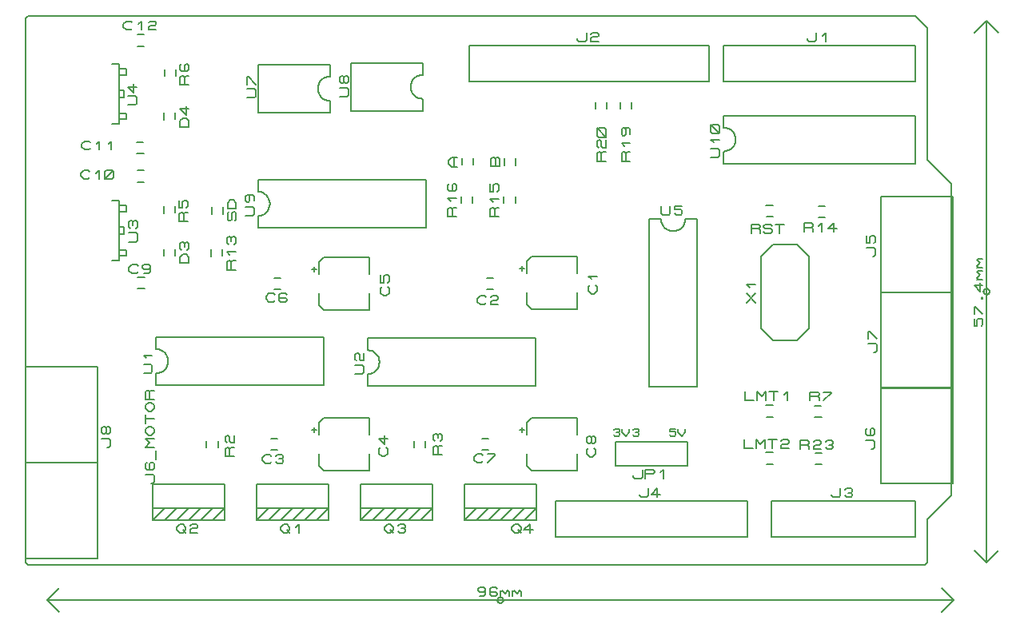
<source format=gbr>
G04 PROTEUS GERBER X2 FILE*
%TF.GenerationSoftware,Labcenter,Proteus,8.6-SP2-Build23525*%
%TF.CreationDate,2019-07-10T19:11:28+00:00*%
%TF.FileFunction,Legend,Top*%
%TF.FilePolarity,Positive*%
%TF.Part,Single*%
%FSLAX45Y45*%
%MOMM*%
G01*
%TA.AperFunction,Profile*%
%ADD29C,0.203200*%
%TA.AperFunction,Material*%
%ADD30C,0.203200*%
%TA.AperFunction,NonMaterial*%
%ADD31C,0.203200*%
%TD.AperFunction*%
D29*
X-11303600Y+6940000D02*
X-1902000Y+6940000D01*
X-1800400Y+1120000D02*
X-11303600Y+1120000D01*
X-1902000Y+6940000D02*
X-1775000Y+6813000D01*
X-1775000Y+5420000D02*
X-1521000Y+5166000D01*
X-1521000Y+1864000D01*
X-1775000Y+1610000D02*
X-1521000Y+1864000D01*
X-1775000Y+6813000D02*
X-1775000Y+5420000D01*
X-1775000Y+1610000D02*
X-1775000Y+1150000D01*
X-1775000Y+1145400D02*
X-1800400Y+1120000D01*
X-11330959Y+6914600D02*
X-11330959Y+1150000D01*
X-11305559Y+6940000D02*
X-11330959Y+6914600D01*
X-11330959Y+1145400D02*
X-11305559Y+1120000D01*
D30*
X-3937000Y+5377000D02*
X-3937000Y+5504000D01*
X-3810000Y+5631000D02*
X-3812436Y+5656876D01*
X-3819485Y+5680848D01*
X-3830762Y+5702438D01*
X-3845878Y+5721170D01*
X-3864446Y+5736569D01*
X-3886081Y+5748158D01*
X-3910394Y+5755460D01*
X-3937000Y+5758000D01*
X-3810000Y+5631000D02*
X-3812436Y+5604394D01*
X-3819485Y+5580081D01*
X-3830762Y+5558446D01*
X-3845878Y+5539878D01*
X-3864446Y+5524762D01*
X-3886081Y+5513485D01*
X-3910394Y+5506436D01*
X-3937000Y+5504000D01*
X-3937000Y+5758000D02*
X-3937000Y+5885000D01*
X-1905000Y+5377000D02*
X-1905000Y+5885000D01*
X-3937000Y+5377000D02*
X-1905000Y+5377000D01*
X-1905000Y+5885000D02*
X-3937000Y+5885000D01*
X-4069080Y+5440500D02*
X-3992880Y+5440500D01*
X-3977640Y+5456375D01*
X-3977640Y+5519875D01*
X-3992880Y+5535750D01*
X-4069080Y+5535750D01*
X-4038600Y+5599250D02*
X-4069080Y+5631000D01*
X-3977640Y+5631000D01*
X-3992880Y+5694500D02*
X-4053840Y+5694500D01*
X-4069080Y+5710375D01*
X-4069080Y+5773875D01*
X-4053840Y+5789750D01*
X-3992880Y+5789750D01*
X-3977640Y+5773875D01*
X-3977640Y+5710375D01*
X-3992880Y+5694500D01*
X-3977640Y+5694500D02*
X-4069080Y+5789750D01*
D31*
X-11100000Y+750000D02*
X-1500000Y+750000D01*
X-11100000Y+750000D02*
X-10973000Y+623000D01*
X-11100000Y+750000D02*
X-10973000Y+877000D01*
X-1500000Y+750000D02*
X-1627000Y+877000D01*
X-1500000Y+750000D02*
X-1627000Y+623000D01*
X-6268250Y+750000D02*
X-6268359Y+752634D01*
X-6269249Y+757903D01*
X-6271111Y+763172D01*
X-6274154Y+768441D01*
X-6278809Y+773643D01*
X-6284078Y+777469D01*
X-6289347Y+779909D01*
X-6294616Y+781290D01*
X-6299885Y+781750D01*
X-6300000Y+781750D01*
X-6331750Y+750000D02*
X-6331641Y+752634D01*
X-6330751Y+757903D01*
X-6328889Y+763172D01*
X-6325846Y+768441D01*
X-6321191Y+773643D01*
X-6315922Y+777469D01*
X-6310653Y+779909D01*
X-6305384Y+781290D01*
X-6300115Y+781750D01*
X-6300000Y+781750D01*
X-6331750Y+750000D02*
X-6331641Y+747366D01*
X-6330751Y+742097D01*
X-6328889Y+736828D01*
X-6325846Y+731559D01*
X-6321191Y+726357D01*
X-6315922Y+722531D01*
X-6310653Y+720091D01*
X-6305384Y+718710D01*
X-6300115Y+718250D01*
X-6300000Y+718250D01*
X-6268250Y+750000D02*
X-6268359Y+747366D01*
X-6269249Y+742097D01*
X-6271111Y+736828D01*
X-6274154Y+731559D01*
X-6278809Y+726357D01*
X-6284078Y+722531D01*
X-6289347Y+720091D01*
X-6294616Y+718710D01*
X-6299885Y+718250D01*
X-6300000Y+718250D01*
X-6458750Y+851600D02*
X-6474625Y+836360D01*
X-6522250Y+836360D01*
X-6538125Y+851600D01*
X-6538125Y+866840D01*
X-6522250Y+882080D01*
X-6474625Y+882080D01*
X-6458750Y+866840D01*
X-6458750Y+805880D01*
X-6474625Y+790640D01*
X-6522250Y+790640D01*
X-6331750Y+866840D02*
X-6347625Y+882080D01*
X-6395250Y+882080D01*
X-6411125Y+866840D01*
X-6411125Y+805880D01*
X-6395250Y+790640D01*
X-6347625Y+790640D01*
X-6331750Y+805880D01*
X-6331750Y+821120D01*
X-6347625Y+836360D01*
X-6411125Y+836360D01*
X-6300000Y+790640D02*
X-6300000Y+851600D01*
X-6300000Y+836360D02*
X-6284125Y+851600D01*
X-6252375Y+821120D01*
X-6220625Y+851600D01*
X-6204750Y+836360D01*
X-6204750Y+790640D01*
X-6173000Y+790640D02*
X-6173000Y+851600D01*
X-6173000Y+836360D02*
X-6157125Y+851600D01*
X-6125375Y+821120D01*
X-6093625Y+851600D01*
X-6077750Y+836360D01*
X-6077750Y+790640D01*
D30*
X-8868680Y+5076320D02*
X-8868680Y+5203320D01*
X-8868680Y+4695320D02*
X-8868680Y+4822320D01*
X-8741680Y+4949320D02*
X-8744116Y+4975196D01*
X-8751165Y+4999168D01*
X-8762442Y+5020758D01*
X-8777558Y+5039490D01*
X-8796126Y+5054889D01*
X-8817761Y+5066478D01*
X-8842074Y+5073780D01*
X-8868680Y+5076320D01*
X-8741680Y+4949320D02*
X-8744116Y+4922714D01*
X-8751165Y+4898401D01*
X-8762442Y+4876766D01*
X-8777558Y+4858198D01*
X-8796126Y+4843082D01*
X-8817761Y+4831805D01*
X-8842074Y+4824756D01*
X-8868680Y+4822320D01*
X-8868680Y+4695320D02*
X-7090680Y+4695320D01*
X-7090680Y+5203320D01*
X-8868680Y+5203320D01*
X-9000760Y+4822320D02*
X-8924560Y+4822320D01*
X-8909320Y+4838195D01*
X-8909320Y+4901695D01*
X-8924560Y+4917570D01*
X-9000760Y+4917570D01*
X-8970280Y+5044570D02*
X-8955040Y+5028695D01*
X-8955040Y+4981070D01*
X-8970280Y+4965195D01*
X-8985520Y+4965195D01*
X-9000760Y+4981070D01*
X-9000760Y+5028695D01*
X-8985520Y+5044570D01*
X-8924560Y+5044570D01*
X-8909320Y+5028695D01*
X-8909320Y+4981070D01*
X-9947000Y+3408000D02*
X-9947000Y+3535000D01*
X-9947000Y+3027000D02*
X-9947000Y+3154000D01*
X-9820000Y+3281000D02*
X-9822436Y+3306876D01*
X-9829485Y+3330848D01*
X-9840762Y+3352438D01*
X-9855878Y+3371170D01*
X-9874446Y+3386569D01*
X-9896081Y+3398158D01*
X-9920394Y+3405460D01*
X-9947000Y+3408000D01*
X-9820000Y+3281000D02*
X-9822436Y+3254394D01*
X-9829485Y+3230081D01*
X-9840762Y+3208446D01*
X-9855878Y+3189878D01*
X-9874446Y+3174762D01*
X-9896081Y+3163485D01*
X-9920394Y+3156436D01*
X-9947000Y+3154000D01*
X-9947000Y+3027000D02*
X-8169000Y+3027000D01*
X-8169000Y+3535000D01*
X-9947000Y+3535000D01*
X-10079080Y+3154000D02*
X-10002880Y+3154000D01*
X-9987640Y+3169875D01*
X-9987640Y+3233375D01*
X-10002880Y+3249250D01*
X-10079080Y+3249250D01*
X-10048600Y+3312750D02*
X-10079080Y+3344500D01*
X-9987640Y+3344500D01*
X-8103000Y+6423000D02*
X-8103000Y+6296000D01*
X-8230000Y+6169000D02*
X-8227564Y+6143124D01*
X-8220515Y+6119152D01*
X-8209238Y+6097562D01*
X-8194122Y+6078830D01*
X-8175554Y+6063431D01*
X-8153919Y+6051842D01*
X-8129606Y+6044540D01*
X-8103000Y+6042000D01*
X-8230000Y+6169000D02*
X-8227564Y+6195606D01*
X-8220515Y+6219919D01*
X-8209238Y+6241554D01*
X-8194122Y+6260122D01*
X-8175554Y+6275238D01*
X-8153919Y+6286515D01*
X-8129606Y+6293564D01*
X-8103000Y+6296000D01*
X-8103000Y+6042000D02*
X-8103000Y+5915000D01*
X-8865000Y+6423000D02*
X-8865000Y+5915000D01*
X-8103000Y+6423000D02*
X-8865000Y+6423000D01*
X-8103000Y+5915000D02*
X-8865000Y+5915000D01*
X-8982360Y+6072000D02*
X-8906160Y+6072000D01*
X-8890920Y+6087875D01*
X-8890920Y+6151375D01*
X-8906160Y+6167250D01*
X-8982360Y+6167250D01*
X-8982360Y+6214875D02*
X-8982360Y+6294250D01*
X-8967120Y+6294250D01*
X-8890920Y+6214875D01*
X-7123000Y+6443000D02*
X-7123000Y+6316000D01*
X-7250000Y+6189000D02*
X-7247564Y+6163124D01*
X-7240515Y+6139152D01*
X-7229238Y+6117562D01*
X-7214122Y+6098830D01*
X-7195554Y+6083431D01*
X-7173919Y+6071842D01*
X-7149606Y+6064540D01*
X-7123000Y+6062000D01*
X-7250000Y+6189000D02*
X-7247564Y+6215606D01*
X-7240515Y+6239919D01*
X-7229238Y+6261554D01*
X-7214122Y+6280122D01*
X-7195554Y+6295238D01*
X-7173919Y+6306515D01*
X-7149606Y+6313564D01*
X-7123000Y+6316000D01*
X-7123000Y+6062000D02*
X-7123000Y+5935000D01*
X-7885000Y+6443000D02*
X-7885000Y+5935000D01*
X-7123000Y+6443000D02*
X-7885000Y+6443000D01*
X-7123000Y+5935000D02*
X-7885000Y+5935000D01*
X-8001685Y+6085612D02*
X-7925485Y+6085612D01*
X-7910245Y+6101487D01*
X-7910245Y+6164987D01*
X-7925485Y+6180862D01*
X-8001685Y+6180862D01*
X-7955965Y+6244362D02*
X-7971205Y+6228487D01*
X-7986445Y+6228487D01*
X-8001685Y+6244362D01*
X-8001685Y+6291987D01*
X-7986445Y+6307862D01*
X-7971205Y+6307862D01*
X-7955965Y+6291987D01*
X-7955965Y+6244362D01*
X-7940725Y+6228487D01*
X-7925485Y+6228487D01*
X-7910245Y+6244362D01*
X-7910245Y+6291987D01*
X-7925485Y+6307862D01*
X-7940725Y+6307862D01*
X-7955965Y+6291987D01*
X-4911580Y+6026340D02*
X-4911580Y+5957760D01*
X-5033500Y+6026340D02*
X-5033500Y+5955220D01*
X-4924420Y+5401500D02*
X-5015860Y+5401500D01*
X-5015860Y+5480875D01*
X-5000620Y+5496750D01*
X-4985380Y+5496750D01*
X-4970140Y+5480875D01*
X-4970140Y+5401500D01*
X-4970140Y+5480875D02*
X-4954900Y+5496750D01*
X-4924420Y+5496750D01*
X-4985380Y+5560250D02*
X-5015860Y+5592000D01*
X-4924420Y+5592000D01*
X-4985380Y+5750750D02*
X-4970140Y+5734875D01*
X-4970140Y+5687250D01*
X-4985380Y+5671375D01*
X-5000620Y+5671375D01*
X-5015860Y+5687250D01*
X-5015860Y+5734875D01*
X-5000620Y+5750750D01*
X-4939660Y+5750750D01*
X-4924420Y+5734875D01*
X-4924420Y+5687250D01*
X-5171580Y+6026340D02*
X-5171580Y+5957760D01*
X-5293500Y+6026340D02*
X-5293500Y+5955220D01*
X-5184420Y+5401500D02*
X-5275860Y+5401500D01*
X-5275860Y+5480875D01*
X-5260620Y+5496750D01*
X-5245380Y+5496750D01*
X-5230140Y+5480875D01*
X-5230140Y+5401500D01*
X-5230140Y+5480875D02*
X-5214900Y+5496750D01*
X-5184420Y+5496750D01*
X-5260620Y+5544375D02*
X-5275860Y+5560250D01*
X-5275860Y+5607875D01*
X-5260620Y+5623750D01*
X-5245380Y+5623750D01*
X-5230140Y+5607875D01*
X-5230140Y+5560250D01*
X-5214900Y+5544375D01*
X-5184420Y+5544375D01*
X-5184420Y+5623750D01*
X-5199660Y+5655500D02*
X-5260620Y+5655500D01*
X-5275860Y+5671375D01*
X-5275860Y+5734875D01*
X-5260620Y+5750750D01*
X-5199660Y+5750750D01*
X-5184420Y+5734875D01*
X-5184420Y+5671375D01*
X-5199660Y+5655500D01*
X-5184420Y+5655500D02*
X-5275860Y+5750750D01*
X-7707000Y+3398000D02*
X-7707000Y+3525000D01*
X-7707000Y+3017000D02*
X-7707000Y+3144000D01*
X-7580000Y+3271000D02*
X-7582436Y+3296876D01*
X-7589485Y+3320848D01*
X-7600762Y+3342438D01*
X-7615878Y+3361170D01*
X-7634446Y+3376569D01*
X-7656081Y+3388158D01*
X-7680394Y+3395460D01*
X-7707000Y+3398000D01*
X-7580000Y+3271000D02*
X-7582436Y+3244394D01*
X-7589485Y+3220081D01*
X-7600762Y+3198446D01*
X-7615878Y+3179878D01*
X-7634446Y+3164762D01*
X-7656081Y+3153485D01*
X-7680394Y+3146436D01*
X-7707000Y+3144000D01*
X-7707000Y+3017000D02*
X-5929000Y+3017000D01*
X-5929000Y+3525000D01*
X-7707000Y+3525000D01*
X-7839080Y+3144000D02*
X-7762880Y+3144000D01*
X-7747640Y+3159875D01*
X-7747640Y+3223375D01*
X-7762880Y+3239250D01*
X-7839080Y+3239250D01*
X-7823840Y+3286875D02*
X-7839080Y+3302750D01*
X-7839080Y+3350375D01*
X-7823840Y+3366250D01*
X-7808600Y+3366250D01*
X-7793360Y+3350375D01*
X-7793360Y+3302750D01*
X-7778120Y+3286875D01*
X-7747640Y+3286875D01*
X-7747640Y+3366250D01*
X-5485180Y+4008400D02*
X-5485180Y+3830600D01*
X-5967780Y+3830600D01*
X-6018580Y+3881400D01*
X-6018580Y+4008400D01*
X-6018580Y+4211600D02*
X-6018580Y+4338600D01*
X-5967780Y+4389400D01*
X-5485180Y+4389400D01*
X-5485180Y+4211600D01*
X-6043980Y+4262400D02*
X-6094780Y+4262400D01*
X-6069380Y+4237000D02*
X-6069380Y+4287800D01*
X-5291720Y+4088250D02*
X-5276480Y+4072375D01*
X-5276480Y+4024750D01*
X-5306960Y+3993000D01*
X-5337440Y+3993000D01*
X-5367920Y+4024750D01*
X-5367920Y+4072375D01*
X-5352680Y+4088250D01*
X-5337440Y+4151750D02*
X-5367920Y+4183500D01*
X-5276480Y+4183500D01*
X-6373660Y+4041580D02*
X-6442240Y+4041580D01*
X-6373660Y+4163500D02*
X-6444780Y+4163500D01*
X-6448750Y+3896160D02*
X-6464625Y+3880920D01*
X-6512250Y+3880920D01*
X-6544000Y+3911400D01*
X-6544000Y+3941880D01*
X-6512250Y+3972360D01*
X-6464625Y+3972360D01*
X-6448750Y+3957120D01*
X-6401125Y+3957120D02*
X-6385250Y+3972360D01*
X-6337625Y+3972360D01*
X-6321750Y+3957120D01*
X-6321750Y+3941880D01*
X-6337625Y+3926640D01*
X-6385250Y+3926640D01*
X-6401125Y+3911400D01*
X-6401125Y+3880920D01*
X-6321750Y+3880920D01*
X-6591580Y+5029700D02*
X-6591580Y+4961120D01*
X-6713500Y+5029700D02*
X-6713500Y+4958580D01*
X-6764420Y+4814860D02*
X-6855860Y+4814860D01*
X-6855860Y+4894235D01*
X-6840620Y+4910110D01*
X-6825380Y+4910110D01*
X-6810140Y+4894235D01*
X-6810140Y+4814860D01*
X-6810140Y+4894235D02*
X-6794900Y+4910110D01*
X-6764420Y+4910110D01*
X-6825380Y+4973610D02*
X-6855860Y+5005360D01*
X-6764420Y+5005360D01*
X-6840620Y+5164110D02*
X-6855860Y+5148235D01*
X-6855860Y+5100610D01*
X-6840620Y+5084735D01*
X-6779660Y+5084735D01*
X-6764420Y+5100610D01*
X-6764420Y+5148235D01*
X-6779660Y+5164110D01*
X-6794900Y+5164110D01*
X-6810140Y+5148235D01*
X-6810140Y+5084735D01*
X-6141580Y+5026340D02*
X-6141580Y+4957760D01*
X-6263500Y+5026340D02*
X-6263500Y+4955220D01*
X-6314420Y+4811500D02*
X-6405860Y+4811500D01*
X-6405860Y+4890875D01*
X-6390620Y+4906750D01*
X-6375380Y+4906750D01*
X-6360140Y+4890875D01*
X-6360140Y+4811500D01*
X-6360140Y+4890875D02*
X-6344900Y+4906750D01*
X-6314420Y+4906750D01*
X-6375380Y+4970250D02*
X-6405860Y+5002000D01*
X-6314420Y+5002000D01*
X-6405860Y+5160750D02*
X-6405860Y+5081375D01*
X-6375380Y+5081375D01*
X-6375380Y+5144875D01*
X-6360140Y+5160750D01*
X-6329660Y+5160750D01*
X-6314420Y+5144875D01*
X-6314420Y+5097250D01*
X-6329660Y+5081375D01*
X-8881000Y+1723000D02*
X-8119000Y+1723000D01*
X-8119000Y+1977000D01*
X-8881000Y+1977000D01*
X-8881000Y+1723000D01*
X-8119000Y+1723000D02*
X-8119000Y+1596000D01*
X-8881000Y+1596000D01*
X-8881000Y+1723000D01*
X-8119000Y+1723000D02*
X-8246000Y+1596000D01*
X-8246000Y+1723000D02*
X-8373000Y+1596000D01*
X-8373000Y+1723000D02*
X-8500000Y+1596000D01*
X-8500000Y+1723000D02*
X-8627000Y+1596000D01*
X-8627000Y+1723000D02*
X-8754000Y+1596000D01*
X-8754000Y+1723000D02*
X-8881000Y+1596000D01*
X-8627000Y+1524880D02*
X-8595250Y+1555360D01*
X-8563500Y+1555360D01*
X-8531750Y+1524880D01*
X-8531750Y+1494400D01*
X-8563500Y+1463920D01*
X-8595250Y+1463920D01*
X-8627000Y+1494400D01*
X-8627000Y+1524880D01*
X-8563500Y+1494400D02*
X-8531750Y+1463920D01*
X-8468250Y+1524880D02*
X-8436500Y+1555360D01*
X-8436500Y+1463920D01*
X-9981000Y+1723000D02*
X-9219000Y+1723000D01*
X-9219000Y+1977000D01*
X-9981000Y+1977000D01*
X-9981000Y+1723000D01*
X-9219000Y+1723000D02*
X-9219000Y+1596000D01*
X-9981000Y+1596000D01*
X-9981000Y+1723000D01*
X-9219000Y+1723000D02*
X-9346000Y+1596000D01*
X-9346000Y+1723000D02*
X-9473000Y+1596000D01*
X-9473000Y+1723000D02*
X-9600000Y+1596000D01*
X-9600000Y+1723000D02*
X-9727000Y+1596000D01*
X-9727000Y+1723000D02*
X-9854000Y+1596000D01*
X-9854000Y+1723000D02*
X-9981000Y+1596000D01*
X-9727000Y+1524880D02*
X-9695250Y+1555360D01*
X-9663500Y+1555360D01*
X-9631750Y+1524880D01*
X-9631750Y+1494400D01*
X-9663500Y+1463920D01*
X-9695250Y+1463920D01*
X-9727000Y+1494400D01*
X-9727000Y+1524880D01*
X-9663500Y+1494400D02*
X-9631750Y+1463920D01*
X-9584125Y+1540120D02*
X-9568250Y+1555360D01*
X-9520625Y+1555360D01*
X-9504750Y+1540120D01*
X-9504750Y+1524880D01*
X-9520625Y+1509640D01*
X-9568250Y+1509640D01*
X-9584125Y+1494400D01*
X-9584125Y+1463920D01*
X-9504750Y+1463920D01*
X-7781000Y+1723000D02*
X-7019000Y+1723000D01*
X-7019000Y+1977000D01*
X-7781000Y+1977000D01*
X-7781000Y+1723000D01*
X-7019000Y+1723000D02*
X-7019000Y+1596000D01*
X-7781000Y+1596000D01*
X-7781000Y+1723000D01*
X-7019000Y+1723000D02*
X-7146000Y+1596000D01*
X-7146000Y+1723000D02*
X-7273000Y+1596000D01*
X-7273000Y+1723000D02*
X-7400000Y+1596000D01*
X-7400000Y+1723000D02*
X-7527000Y+1596000D01*
X-7527000Y+1723000D02*
X-7654000Y+1596000D01*
X-7654000Y+1723000D02*
X-7781000Y+1596000D01*
X-7527000Y+1524880D02*
X-7495250Y+1555360D01*
X-7463500Y+1555360D01*
X-7431750Y+1524880D01*
X-7431750Y+1494400D01*
X-7463500Y+1463920D01*
X-7495250Y+1463920D01*
X-7527000Y+1494400D01*
X-7527000Y+1524880D01*
X-7463500Y+1494400D02*
X-7431750Y+1463920D01*
X-7384125Y+1540120D02*
X-7368250Y+1555360D01*
X-7320625Y+1555360D01*
X-7304750Y+1540120D01*
X-7304750Y+1524880D01*
X-7320625Y+1509640D01*
X-7304750Y+1494400D01*
X-7304750Y+1479160D01*
X-7320625Y+1463920D01*
X-7368250Y+1463920D01*
X-7384125Y+1479160D01*
X-7352375Y+1509640D02*
X-7320625Y+1509640D01*
X-6681000Y+1723000D02*
X-5919000Y+1723000D01*
X-5919000Y+1977000D01*
X-6681000Y+1977000D01*
X-6681000Y+1723000D01*
X-5919000Y+1723000D02*
X-5919000Y+1596000D01*
X-6681000Y+1596000D01*
X-6681000Y+1723000D01*
X-5919000Y+1723000D02*
X-6046000Y+1596000D01*
X-6046000Y+1723000D02*
X-6173000Y+1596000D01*
X-6173000Y+1723000D02*
X-6300000Y+1596000D01*
X-6300000Y+1723000D02*
X-6427000Y+1596000D01*
X-6427000Y+1723000D02*
X-6554000Y+1596000D01*
X-6554000Y+1723000D02*
X-6681000Y+1596000D01*
X-6177000Y+1524880D02*
X-6145250Y+1555360D01*
X-6113500Y+1555360D01*
X-6081750Y+1524880D01*
X-6081750Y+1494400D01*
X-6113500Y+1463920D01*
X-6145250Y+1463920D01*
X-6177000Y+1494400D01*
X-6177000Y+1524880D01*
X-6113500Y+1494400D02*
X-6081750Y+1463920D01*
X-5954750Y+1494400D02*
X-6050000Y+1494400D01*
X-5986500Y+1555360D01*
X-5986500Y+1463920D01*
X-3539659Y+3628601D02*
X-3539659Y+4390601D01*
X-3412659Y+4517601D01*
X-3158659Y+4517601D01*
X-3031659Y+4390601D01*
X-3031659Y+3628601D01*
X-3158659Y+3501601D01*
X-3412659Y+3501601D01*
X-3539659Y+3628601D01*
X-3691739Y+3902601D02*
X-3600299Y+3997851D01*
X-3600299Y+3902601D02*
X-3691739Y+3997851D01*
X-3661259Y+4061351D02*
X-3691739Y+4093101D01*
X-3600299Y+4093101D01*
X-7091580Y+2439700D02*
X-7091580Y+2371120D01*
X-7213500Y+2439700D02*
X-7213500Y+2368580D01*
X-6917420Y+2291360D02*
X-7008860Y+2291360D01*
X-7008860Y+2370735D01*
X-6993620Y+2386610D01*
X-6978380Y+2386610D01*
X-6963140Y+2370735D01*
X-6963140Y+2291360D01*
X-6963140Y+2370735D02*
X-6947900Y+2386610D01*
X-6917420Y+2386610D01*
X-6993620Y+2434235D02*
X-7008860Y+2450110D01*
X-7008860Y+2497735D01*
X-6993620Y+2513610D01*
X-6978380Y+2513610D01*
X-6963140Y+2497735D01*
X-6947900Y+2513610D01*
X-6932660Y+2513610D01*
X-6917420Y+2497735D01*
X-6917420Y+2450110D01*
X-6932660Y+2434235D01*
X-6963140Y+2465985D02*
X-6963140Y+2497735D01*
X-9291580Y+2436340D02*
X-9291580Y+2367760D01*
X-9413500Y+2436340D02*
X-9413500Y+2365220D01*
X-9122021Y+2275000D02*
X-9213461Y+2275000D01*
X-9213461Y+2354375D01*
X-9198221Y+2370250D01*
X-9182981Y+2370250D01*
X-9167741Y+2354375D01*
X-9167741Y+2275000D01*
X-9167741Y+2354375D02*
X-9152501Y+2370250D01*
X-9122021Y+2370250D01*
X-9198221Y+2417875D02*
X-9213461Y+2433750D01*
X-9213461Y+2481375D01*
X-9198221Y+2497250D01*
X-9182981Y+2497250D01*
X-9167741Y+2481375D01*
X-9167741Y+2433750D01*
X-9152501Y+2417875D01*
X-9122021Y+2417875D01*
X-9122021Y+2497250D01*
X-8660300Y+2341580D02*
X-8728880Y+2341580D01*
X-8660300Y+2463500D02*
X-8731420Y+2463500D01*
X-8725390Y+2216160D02*
X-8741265Y+2200920D01*
X-8788890Y+2200920D01*
X-8820640Y+2231400D01*
X-8820640Y+2261880D01*
X-8788890Y+2292360D01*
X-8741265Y+2292360D01*
X-8725390Y+2277120D01*
X-8677765Y+2277120D02*
X-8661890Y+2292360D01*
X-8614265Y+2292360D01*
X-8598390Y+2277120D01*
X-8598390Y+2261880D01*
X-8614265Y+2246640D01*
X-8598390Y+2231400D01*
X-8598390Y+2216160D01*
X-8614265Y+2200920D01*
X-8661890Y+2200920D01*
X-8677765Y+2216160D01*
X-8646015Y+2246640D02*
X-8614265Y+2246640D01*
X-6423660Y+2341580D02*
X-6492240Y+2341580D01*
X-6423660Y+2463500D02*
X-6494780Y+2463500D01*
X-6483750Y+2221160D02*
X-6499625Y+2205920D01*
X-6547250Y+2205920D01*
X-6579000Y+2236400D01*
X-6579000Y+2266880D01*
X-6547250Y+2297360D01*
X-6499625Y+2297360D01*
X-6483750Y+2282120D01*
X-6436125Y+2297360D02*
X-6356750Y+2297360D01*
X-6356750Y+2282120D01*
X-6436125Y+2205920D01*
X-7685180Y+2298400D02*
X-7685180Y+2120600D01*
X-8167780Y+2120600D01*
X-8218580Y+2171400D01*
X-8218580Y+2298400D01*
X-8218580Y+2501600D02*
X-8218580Y+2628600D01*
X-8167780Y+2679400D01*
X-7685180Y+2679400D01*
X-7685180Y+2501600D01*
X-8243980Y+2552400D02*
X-8294780Y+2552400D01*
X-8269380Y+2527000D02*
X-8269380Y+2577800D01*
X-7508505Y+2366868D02*
X-7493265Y+2350993D01*
X-7493265Y+2303368D01*
X-7523745Y+2271618D01*
X-7554225Y+2271618D01*
X-7584705Y+2303368D01*
X-7584705Y+2350993D01*
X-7569465Y+2366868D01*
X-7523745Y+2493868D02*
X-7523745Y+2398618D01*
X-7584705Y+2462118D01*
X-7493265Y+2462118D01*
X-5485180Y+2298400D02*
X-5485180Y+2120600D01*
X-5967780Y+2120600D01*
X-6018580Y+2171400D01*
X-6018580Y+2298400D01*
X-6018580Y+2501600D02*
X-6018580Y+2628600D01*
X-5967780Y+2679400D01*
X-5485180Y+2679400D01*
X-5485180Y+2501600D01*
X-6043980Y+2552400D02*
X-6094780Y+2552400D01*
X-6069380Y+2527000D02*
X-6069380Y+2577800D01*
X-5306500Y+2361552D02*
X-5291260Y+2345677D01*
X-5291260Y+2298052D01*
X-5321740Y+2266302D01*
X-5352220Y+2266302D01*
X-5382700Y+2298052D01*
X-5382700Y+2345677D01*
X-5367460Y+2361552D01*
X-5336980Y+2425052D02*
X-5352220Y+2409177D01*
X-5367460Y+2409177D01*
X-5382700Y+2425052D01*
X-5382700Y+2472677D01*
X-5367460Y+2488552D01*
X-5352220Y+2488552D01*
X-5336980Y+2472677D01*
X-5336980Y+2425052D01*
X-5321740Y+2409177D01*
X-5306500Y+2409177D01*
X-5291260Y+2425052D01*
X-5291260Y+2472677D01*
X-5306500Y+2488552D01*
X-5321740Y+2488552D01*
X-5336980Y+2472677D01*
X-3413660Y+4811580D02*
X-3482240Y+4811580D01*
X-3413660Y+4933500D02*
X-3484780Y+4933500D01*
X-3642299Y+4640420D02*
X-3642299Y+4731860D01*
X-3562924Y+4731860D01*
X-3547049Y+4716620D01*
X-3547049Y+4701380D01*
X-3562924Y+4686140D01*
X-3642299Y+4686140D01*
X-3562924Y+4686140D02*
X-3547049Y+4670900D01*
X-3547049Y+4640420D01*
X-3515299Y+4655660D02*
X-3499424Y+4640420D01*
X-3435924Y+4640420D01*
X-3420049Y+4655660D01*
X-3420049Y+4670900D01*
X-3435924Y+4686140D01*
X-3499424Y+4686140D01*
X-3515299Y+4701380D01*
X-3515299Y+4716620D01*
X-3499424Y+4731860D01*
X-3435924Y+4731860D01*
X-3420049Y+4716620D01*
X-3388299Y+4731860D02*
X-3293049Y+4731860D01*
X-3340674Y+4731860D02*
X-3340674Y+4640420D01*
X-6708420Y+5363660D02*
X-6708420Y+5432240D01*
X-6586500Y+5363660D02*
X-6586500Y+5434780D01*
X-6758140Y+5341750D02*
X-6819100Y+5341750D01*
X-6849580Y+5373500D01*
X-6849580Y+5405250D01*
X-6819100Y+5437000D01*
X-6758140Y+5437000D01*
X-6788620Y+5341750D02*
X-6788620Y+5437000D01*
X-6258420Y+5360300D02*
X-6258420Y+5428880D01*
X-6136500Y+5360300D02*
X-6136500Y+5431420D01*
X-6308140Y+5348390D02*
X-6399580Y+5348390D01*
X-6399580Y+5427765D01*
X-6384340Y+5443640D01*
X-6369100Y+5443640D01*
X-6353860Y+5427765D01*
X-6338620Y+5443640D01*
X-6323380Y+5443640D01*
X-6308140Y+5427765D01*
X-6308140Y+5348390D01*
X-6353860Y+5348390D02*
X-6353860Y+5427765D01*
X-9241580Y+4466340D02*
X-9241580Y+4397760D01*
X-9363500Y+4466340D02*
X-9363500Y+4395220D01*
X-9104420Y+4251500D02*
X-9195860Y+4251500D01*
X-9195860Y+4330875D01*
X-9180620Y+4346750D01*
X-9165380Y+4346750D01*
X-9150140Y+4330875D01*
X-9150140Y+4251500D01*
X-9150140Y+4330875D02*
X-9134900Y+4346750D01*
X-9104420Y+4346750D01*
X-9165380Y+4410250D02*
X-9195860Y+4442000D01*
X-9104420Y+4442000D01*
X-9180620Y+4521375D02*
X-9195860Y+4537250D01*
X-9195860Y+4584875D01*
X-9180620Y+4600750D01*
X-9165380Y+4600750D01*
X-9150140Y+4584875D01*
X-9134900Y+4600750D01*
X-9119660Y+4600750D01*
X-9104420Y+4584875D01*
X-9104420Y+4537250D01*
X-9119660Y+4521375D01*
X-9150140Y+4553125D02*
X-9150140Y+4584875D01*
X-2929700Y+4928420D02*
X-2861120Y+4928420D01*
X-2929700Y+4806500D02*
X-2858580Y+4806500D01*
X-3085860Y+4654140D02*
X-3085860Y+4745580D01*
X-3006485Y+4745580D01*
X-2990610Y+4730340D01*
X-2990610Y+4715100D01*
X-3006485Y+4699860D01*
X-3085860Y+4699860D01*
X-3006485Y+4699860D02*
X-2990610Y+4684620D01*
X-2990610Y+4654140D01*
X-2927110Y+4715100D02*
X-2895360Y+4745580D01*
X-2895360Y+4654140D01*
X-2736610Y+4684620D02*
X-2831860Y+4684620D01*
X-2768360Y+4745580D01*
X-2768360Y+4654140D01*
D31*
X-1150000Y+1150000D02*
X-1150000Y+6890000D01*
X-1150000Y+1150000D02*
X-1023000Y+1277000D01*
X-1150000Y+1150000D02*
X-1277000Y+1277000D01*
X-1150000Y+6890000D02*
X-1277000Y+6763000D01*
X-1150000Y+6890000D02*
X-1023000Y+6763000D01*
X-1118250Y+4020000D02*
X-1118359Y+4022634D01*
X-1119249Y+4027903D01*
X-1121111Y+4033172D01*
X-1124154Y+4038441D01*
X-1128809Y+4043643D01*
X-1134078Y+4047469D01*
X-1139347Y+4049909D01*
X-1144616Y+4051290D01*
X-1149885Y+4051750D01*
X-1150000Y+4051750D01*
X-1181750Y+4020000D02*
X-1181641Y+4022634D01*
X-1180751Y+4027903D01*
X-1178889Y+4033172D01*
X-1175846Y+4038441D01*
X-1171191Y+4043643D01*
X-1165922Y+4047469D01*
X-1160653Y+4049909D01*
X-1155384Y+4051290D01*
X-1150115Y+4051750D01*
X-1150000Y+4051750D01*
X-1181750Y+4020000D02*
X-1181641Y+4017366D01*
X-1180751Y+4012097D01*
X-1178889Y+4006828D01*
X-1175846Y+4001559D01*
X-1171191Y+3996357D01*
X-1165922Y+3992531D01*
X-1160653Y+3990091D01*
X-1155384Y+3988710D01*
X-1150115Y+3988250D01*
X-1150000Y+3988250D01*
X-1118250Y+4020000D02*
X-1118359Y+4017366D01*
X-1119249Y+4012097D01*
X-1121111Y+4006828D01*
X-1124154Y+4001559D01*
X-1128809Y+3996357D01*
X-1134078Y+3992531D01*
X-1139347Y+3990091D01*
X-1144616Y+3988710D01*
X-1149885Y+3988250D01*
X-1150000Y+3988250D01*
X-1282080Y+3734250D02*
X-1282080Y+3654875D01*
X-1251600Y+3654875D01*
X-1251600Y+3718375D01*
X-1236360Y+3734250D01*
X-1205880Y+3734250D01*
X-1190640Y+3718375D01*
X-1190640Y+3670750D01*
X-1205880Y+3654875D01*
X-1282080Y+3781875D02*
X-1282080Y+3861250D01*
X-1266840Y+3861250D01*
X-1190640Y+3781875D01*
X-1205880Y+3940625D02*
X-1205880Y+3956500D01*
X-1190640Y+3956500D01*
X-1190640Y+3940625D01*
X-1205880Y+3940625D01*
X-1221120Y+4115250D02*
X-1221120Y+4020000D01*
X-1282080Y+4083500D01*
X-1190640Y+4083500D01*
X-1190640Y+4147000D02*
X-1251600Y+4147000D01*
X-1236360Y+4147000D02*
X-1251600Y+4162875D01*
X-1221120Y+4194625D01*
X-1251600Y+4226375D01*
X-1236360Y+4242250D01*
X-1190640Y+4242250D01*
X-1190640Y+4274000D02*
X-1251600Y+4274000D01*
X-1236360Y+4274000D02*
X-1251600Y+4289875D01*
X-1221120Y+4321625D01*
X-1251600Y+4353375D01*
X-1236360Y+4369250D01*
X-1190640Y+4369250D01*
D30*
X-11331000Y+2204380D02*
X-10569000Y+2204380D01*
X-10569000Y+1188380D02*
X-11331000Y+1188380D01*
X-11331000Y+2204380D02*
X-11331000Y+1188380D01*
X-10569000Y+2204380D02*
X-10569000Y+1188380D01*
X-9997400Y+1988380D02*
X-9982160Y+1988380D01*
X-9966920Y+2004255D01*
X-9966920Y+2067755D01*
X-9982160Y+2083630D01*
X-10058360Y+2083630D01*
X-10043120Y+2210630D02*
X-10058360Y+2194755D01*
X-10058360Y+2147130D01*
X-10043120Y+2131255D01*
X-9982160Y+2131255D01*
X-9966920Y+2147130D01*
X-9966920Y+2194755D01*
X-9982160Y+2210630D01*
X-9997400Y+2210630D01*
X-10012640Y+2194755D01*
X-10012640Y+2131255D01*
X-9951680Y+2242380D02*
X-9951680Y+2337630D01*
X-9966920Y+2369380D02*
X-10058360Y+2369380D01*
X-10012640Y+2417005D01*
X-10058360Y+2464630D01*
X-9966920Y+2464630D01*
X-10027880Y+2496380D02*
X-10058360Y+2528130D01*
X-10058360Y+2559880D01*
X-10027880Y+2591630D01*
X-9997400Y+2591630D01*
X-9966920Y+2559880D01*
X-9966920Y+2528130D01*
X-9997400Y+2496380D01*
X-10027880Y+2496380D01*
X-10058360Y+2623380D02*
X-10058360Y+2718630D01*
X-10058360Y+2671005D02*
X-9966920Y+2671005D01*
X-10027880Y+2750380D02*
X-10058360Y+2782130D01*
X-10058360Y+2813880D01*
X-10027880Y+2845630D01*
X-9997400Y+2845630D01*
X-9966920Y+2813880D01*
X-9966920Y+2782130D01*
X-9997400Y+2750380D01*
X-10027880Y+2750380D01*
X-9966920Y+2877380D02*
X-10058360Y+2877380D01*
X-10058360Y+2956755D01*
X-10043120Y+2972630D01*
X-10027880Y+2972630D01*
X-10012640Y+2956755D01*
X-10012640Y+2877380D01*
X-10012640Y+2956755D02*
X-9997400Y+2972630D01*
X-9966920Y+2972630D01*
X-9358420Y+4843660D02*
X-9358420Y+4912240D01*
X-9236500Y+4843660D02*
X-9236500Y+4914780D01*
X-9113380Y+4768250D02*
X-9098140Y+4784125D01*
X-9098140Y+4847625D01*
X-9113380Y+4863500D01*
X-9128620Y+4863500D01*
X-9143860Y+4847625D01*
X-9143860Y+4784125D01*
X-9159100Y+4768250D01*
X-9174340Y+4768250D01*
X-9189580Y+4784125D01*
X-9189580Y+4847625D01*
X-9174340Y+4863500D01*
X-9098140Y+4895250D02*
X-9189580Y+4895250D01*
X-9189580Y+4958750D01*
X-9159100Y+4990500D01*
X-9128620Y+4990500D01*
X-9098140Y+4958750D01*
X-9098140Y+4895250D01*
X-3413660Y+2691580D02*
X-3482240Y+2691580D01*
X-3413660Y+2813500D02*
X-3484780Y+2813500D01*
X-3707360Y+2957620D02*
X-3707360Y+2866180D01*
X-3612110Y+2866180D01*
X-3580360Y+2866180D02*
X-3580360Y+2957620D01*
X-3532735Y+2911900D01*
X-3485110Y+2957620D01*
X-3485110Y+2866180D01*
X-3453360Y+2957620D02*
X-3358110Y+2957620D01*
X-3405735Y+2957620D02*
X-3405735Y+2866180D01*
X-3294610Y+2927140D02*
X-3262860Y+2957620D01*
X-3262860Y+2866180D01*
X-3413660Y+2191580D02*
X-3482240Y+2191580D01*
X-3413660Y+2313500D02*
X-3484780Y+2313500D01*
X-3720680Y+2450940D02*
X-3720680Y+2359500D01*
X-3625430Y+2359500D01*
X-3593680Y+2359500D02*
X-3593680Y+2450940D01*
X-3546055Y+2405220D01*
X-3498430Y+2450940D01*
X-3498430Y+2359500D01*
X-3466680Y+2450940D02*
X-3371430Y+2450940D01*
X-3419055Y+2450940D02*
X-3419055Y+2359500D01*
X-3323805Y+2435700D02*
X-3307930Y+2450940D01*
X-3260305Y+2450940D01*
X-3244430Y+2435700D01*
X-3244430Y+2420460D01*
X-3260305Y+2405220D01*
X-3307930Y+2405220D01*
X-3323805Y+2389980D01*
X-3323805Y+2359500D01*
X-3244430Y+2359500D01*
X-2966340Y+2308420D02*
X-2897760Y+2308420D01*
X-2966340Y+2186500D02*
X-2895220Y+2186500D01*
X-3123820Y+2349060D02*
X-3123820Y+2440500D01*
X-3044445Y+2440500D01*
X-3028570Y+2425260D01*
X-3028570Y+2410020D01*
X-3044445Y+2394780D01*
X-3123820Y+2394780D01*
X-3044445Y+2394780D02*
X-3028570Y+2379540D01*
X-3028570Y+2349060D01*
X-2980945Y+2425260D02*
X-2965070Y+2440500D01*
X-2917445Y+2440500D01*
X-2901570Y+2425260D01*
X-2901570Y+2410020D01*
X-2917445Y+2394780D01*
X-2965070Y+2394780D01*
X-2980945Y+2379540D01*
X-2980945Y+2349060D01*
X-2901570Y+2349060D01*
X-2853945Y+2425260D02*
X-2838070Y+2440500D01*
X-2790445Y+2440500D01*
X-2774570Y+2425260D01*
X-2774570Y+2410020D01*
X-2790445Y+2394780D01*
X-2774570Y+2379540D01*
X-2774570Y+2364300D01*
X-2790445Y+2349060D01*
X-2838070Y+2349060D01*
X-2853945Y+2364300D01*
X-2822195Y+2394780D02*
X-2790445Y+2394780D01*
X-2969700Y+2808420D02*
X-2901120Y+2808420D01*
X-2969700Y+2686500D02*
X-2898580Y+2686500D01*
X-3019365Y+2864745D02*
X-3019365Y+2956185D01*
X-2939990Y+2956185D01*
X-2924115Y+2940945D01*
X-2924115Y+2925705D01*
X-2939990Y+2910465D01*
X-3019365Y+2910465D01*
X-2939990Y+2910465D02*
X-2924115Y+2895225D01*
X-2924115Y+2864745D01*
X-2876490Y+2956185D02*
X-2797115Y+2956185D01*
X-2797115Y+2940945D01*
X-2876490Y+2864745D01*
X-10146340Y+6741780D02*
X-10077760Y+6741780D01*
X-10146340Y+6619860D02*
X-10075220Y+6619860D01*
X-10198570Y+6807660D02*
X-10214445Y+6792420D01*
X-10262070Y+6792420D01*
X-10293820Y+6822900D01*
X-10293820Y+6853380D01*
X-10262070Y+6883860D01*
X-10214445Y+6883860D01*
X-10198570Y+6868620D01*
X-10135070Y+6853380D02*
X-10103320Y+6883860D01*
X-10103320Y+6792420D01*
X-10023945Y+6868620D02*
X-10008070Y+6883860D01*
X-9960445Y+6883860D01*
X-9944570Y+6868620D01*
X-9944570Y+6853380D01*
X-9960445Y+6838140D01*
X-10008070Y+6838140D01*
X-10023945Y+6822900D01*
X-10023945Y+6792420D01*
X-9944570Y+6792420D01*
X-10417500Y+4345860D02*
X-10341300Y+4345860D01*
X-10341300Y+4980860D01*
X-10417500Y+4980860D01*
X-10341300Y+4625260D02*
X-10290500Y+4625260D01*
X-10290500Y+4701460D01*
X-10341300Y+4701460D01*
X-10341300Y+4396660D02*
X-10265100Y+4396660D01*
X-10265100Y+4460160D01*
X-10341300Y+4460160D01*
X-10341300Y+4930060D02*
X-10265100Y+4930060D01*
X-10265100Y+4866560D01*
X-10341300Y+4866560D02*
X-10265100Y+4866560D01*
X-10236080Y+4546360D02*
X-10159880Y+4546360D01*
X-10144640Y+4562235D01*
X-10144640Y+4625735D01*
X-10159880Y+4641610D01*
X-10236080Y+4641610D01*
X-10220840Y+4689235D02*
X-10236080Y+4705110D01*
X-10236080Y+4752735D01*
X-10220840Y+4768610D01*
X-10205600Y+4768610D01*
X-10190360Y+4752735D01*
X-10175120Y+4768610D01*
X-10159880Y+4768610D01*
X-10144640Y+4752735D01*
X-10144640Y+4705110D01*
X-10159880Y+4689235D01*
X-10190360Y+4720985D02*
X-10190360Y+4752735D01*
X-3427000Y+1419500D02*
X-1903000Y+1419500D01*
X-1903000Y+1800500D01*
X-3427000Y+1800500D01*
X-3427000Y+1419500D01*
X-2792000Y+1871620D02*
X-2792000Y+1856380D01*
X-2776125Y+1841140D01*
X-2712625Y+1841140D01*
X-2696750Y+1856380D01*
X-2696750Y+1932580D01*
X-2649125Y+1917340D02*
X-2633250Y+1932580D01*
X-2585625Y+1932580D01*
X-2569750Y+1917340D01*
X-2569750Y+1902100D01*
X-2585625Y+1886860D01*
X-2569750Y+1871620D01*
X-2569750Y+1856380D01*
X-2585625Y+1841140D01*
X-2633250Y+1841140D01*
X-2649125Y+1856380D01*
X-2617375Y+1886860D02*
X-2585625Y+1886860D01*
X-5717000Y+1419500D02*
X-3685000Y+1419500D01*
X-3685000Y+1800500D01*
X-5717000Y+1800500D01*
X-5717000Y+1419500D01*
X-4828000Y+1871620D02*
X-4828000Y+1856380D01*
X-4812125Y+1841140D01*
X-4748625Y+1841140D01*
X-4732750Y+1856380D01*
X-4732750Y+1932580D01*
X-4605750Y+1871620D02*
X-4701000Y+1871620D01*
X-4637500Y+1932580D01*
X-4637500Y+1841140D01*
X-3937000Y+6249500D02*
X-1905000Y+6249500D01*
X-1905000Y+6630500D01*
X-3937000Y+6630500D01*
X-3937000Y+6249500D01*
X-3048000Y+6701620D02*
X-3048000Y+6686380D01*
X-3032125Y+6671140D01*
X-2968625Y+6671140D01*
X-2952750Y+6686380D01*
X-2952750Y+6762580D01*
X-2889250Y+6732100D02*
X-2857500Y+6762580D01*
X-2857500Y+6671140D01*
X-6627000Y+6249500D02*
X-4087000Y+6249500D01*
X-4087000Y+6630500D01*
X-6627000Y+6630500D01*
X-6627000Y+6249500D01*
X-5484000Y+6701620D02*
X-5484000Y+6686380D01*
X-5468125Y+6671140D01*
X-5404625Y+6671140D01*
X-5388750Y+6686380D01*
X-5388750Y+6762580D01*
X-5341125Y+6747340D02*
X-5325250Y+6762580D01*
X-5277625Y+6762580D01*
X-5261750Y+6747340D01*
X-5261750Y+6732100D01*
X-5277625Y+6716860D01*
X-5325250Y+6716860D01*
X-5341125Y+6701620D01*
X-5341125Y+6671140D01*
X-5261750Y+6671140D01*
X-10417500Y+5795860D02*
X-10341300Y+5795860D01*
X-10341300Y+6430860D01*
X-10417500Y+6430860D01*
X-10341300Y+6075260D02*
X-10290500Y+6075260D01*
X-10290500Y+6151460D01*
X-10341300Y+6151460D01*
X-10341300Y+5846660D02*
X-10265100Y+5846660D01*
X-10265100Y+5910160D01*
X-10341300Y+5910160D01*
X-10341300Y+6380060D02*
X-10265100Y+6380060D01*
X-10265100Y+6316560D01*
X-10341300Y+6316560D02*
X-10265100Y+6316560D01*
X-10246080Y+5996360D02*
X-10169880Y+5996360D01*
X-10154640Y+6012235D01*
X-10154640Y+6075735D01*
X-10169880Y+6091610D01*
X-10246080Y+6091610D01*
X-10185120Y+6218610D02*
X-10185120Y+6123360D01*
X-10246080Y+6186860D01*
X-10154640Y+6186860D01*
X-10146340Y+5301780D02*
X-10077760Y+5301780D01*
X-10146340Y+5179860D02*
X-10075220Y+5179860D01*
X-10648570Y+5227660D02*
X-10664445Y+5212420D01*
X-10712070Y+5212420D01*
X-10743820Y+5242900D01*
X-10743820Y+5273380D01*
X-10712070Y+5303860D01*
X-10664445Y+5303860D01*
X-10648570Y+5288620D01*
X-10585070Y+5273380D02*
X-10553320Y+5303860D01*
X-10553320Y+5212420D01*
X-10489820Y+5227660D02*
X-10489820Y+5288620D01*
X-10473945Y+5303860D01*
X-10410445Y+5303860D01*
X-10394570Y+5288620D01*
X-10394570Y+5227660D01*
X-10410445Y+5212420D01*
X-10473945Y+5212420D01*
X-10489820Y+5227660D01*
X-10489820Y+5212420D02*
X-10394570Y+5303860D01*
X-9741580Y+4923060D02*
X-9741580Y+4854480D01*
X-9863500Y+4923060D02*
X-9863500Y+4851940D01*
X-9609500Y+4763040D02*
X-9700940Y+4763040D01*
X-9700940Y+4842415D01*
X-9685700Y+4858290D01*
X-9670460Y+4858290D01*
X-9655220Y+4842415D01*
X-9655220Y+4763040D01*
X-9655220Y+4842415D02*
X-9639980Y+4858290D01*
X-9609500Y+4858290D01*
X-9700940Y+4985290D02*
X-9700940Y+4905915D01*
X-9670460Y+4905915D01*
X-9670460Y+4969415D01*
X-9655220Y+4985290D01*
X-9624740Y+4985290D01*
X-9609500Y+4969415D01*
X-9609500Y+4921790D01*
X-9624740Y+4905915D01*
X-10149700Y+5601780D02*
X-10081120Y+5601780D01*
X-10149700Y+5479860D02*
X-10078580Y+5479860D01*
X-10641930Y+5537660D02*
X-10657805Y+5522420D01*
X-10705430Y+5522420D01*
X-10737180Y+5552900D01*
X-10737180Y+5583380D01*
X-10705430Y+5613860D01*
X-10657805Y+5613860D01*
X-10641930Y+5598620D01*
X-10578430Y+5583380D02*
X-10546680Y+5613860D01*
X-10546680Y+5522420D01*
X-10451430Y+5583380D02*
X-10419680Y+5613860D01*
X-10419680Y+5522420D01*
X-9741580Y+5913060D02*
X-9741580Y+5844480D01*
X-9863500Y+5913060D02*
X-9863500Y+5841940D01*
X-9599500Y+5763040D02*
X-9690940Y+5763040D01*
X-9690940Y+5826540D01*
X-9660460Y+5858290D01*
X-9629980Y+5858290D01*
X-9599500Y+5826540D01*
X-9599500Y+5763040D01*
X-9629980Y+5985290D02*
X-9629980Y+5890040D01*
X-9690940Y+5953540D01*
X-9599500Y+5953540D01*
X-9741580Y+4469700D02*
X-9741580Y+4401120D01*
X-9863500Y+4469700D02*
X-9863500Y+4398580D01*
X-9599500Y+4319680D02*
X-9690940Y+4319680D01*
X-9690940Y+4383180D01*
X-9660460Y+4414930D01*
X-9629980Y+4414930D01*
X-9599500Y+4383180D01*
X-9599500Y+4319680D01*
X-9675700Y+4462555D02*
X-9690940Y+4478430D01*
X-9690940Y+4526055D01*
X-9675700Y+4541930D01*
X-9660460Y+4541930D01*
X-9645220Y+4526055D01*
X-9629980Y+4541930D01*
X-9614740Y+4541930D01*
X-9599500Y+4526055D01*
X-9599500Y+4478430D01*
X-9614740Y+4462555D01*
X-9645220Y+4494305D02*
X-9645220Y+4526055D01*
X-10139700Y+4171780D02*
X-10071120Y+4171780D01*
X-10139700Y+4049860D02*
X-10068580Y+4049860D01*
X-10138430Y+4227660D02*
X-10154305Y+4212420D01*
X-10201930Y+4212420D01*
X-10233680Y+4242900D01*
X-10233680Y+4273380D01*
X-10201930Y+4303860D01*
X-10154305Y+4303860D01*
X-10138430Y+4288620D01*
X-10011430Y+4273380D02*
X-10027305Y+4258140D01*
X-10074930Y+4258140D01*
X-10090805Y+4273380D01*
X-10090805Y+4288620D01*
X-10074930Y+4303860D01*
X-10027305Y+4303860D01*
X-10011430Y+4288620D01*
X-10011430Y+4227660D01*
X-10027305Y+4212420D01*
X-10074930Y+4212420D01*
X-9858420Y+6303660D02*
X-9858420Y+6372240D01*
X-9736500Y+6303660D02*
X-9736500Y+6374780D01*
X-9599060Y+6209680D02*
X-9690500Y+6209680D01*
X-9690500Y+6289055D01*
X-9675260Y+6304930D01*
X-9660020Y+6304930D01*
X-9644780Y+6289055D01*
X-9644780Y+6209680D01*
X-9644780Y+6289055D02*
X-9629540Y+6304930D01*
X-9599060Y+6304930D01*
X-9675260Y+6431930D02*
X-9690500Y+6416055D01*
X-9690500Y+6368430D01*
X-9675260Y+6352555D01*
X-9614300Y+6352555D01*
X-9599060Y+6368430D01*
X-9599060Y+6416055D01*
X-9614300Y+6431930D01*
X-9629540Y+6431930D01*
X-9644780Y+6416055D01*
X-9644780Y+6352555D01*
X-4342000Y+4789000D02*
X-4215000Y+4789000D01*
X-4723000Y+4789000D02*
X-4596000Y+4789000D01*
X-4469000Y+4662000D02*
X-4443124Y+4664436D01*
X-4419152Y+4671485D01*
X-4397562Y+4682762D01*
X-4378830Y+4697878D01*
X-4363431Y+4716446D01*
X-4351842Y+4738081D01*
X-4344540Y+4762394D01*
X-4342000Y+4789000D01*
X-4469000Y+4662000D02*
X-4495606Y+4664436D01*
X-4519919Y+4671485D01*
X-4541554Y+4682762D01*
X-4560122Y+4697878D01*
X-4575238Y+4716446D01*
X-4586515Y+4738081D01*
X-4593564Y+4762394D01*
X-4596000Y+4789000D01*
X-4723000Y+4789000D02*
X-4723000Y+3011000D01*
X-4215000Y+3011000D01*
X-4215000Y+4789000D01*
X-4596000Y+4921080D02*
X-4596000Y+4844880D01*
X-4580125Y+4829640D01*
X-4516625Y+4829640D01*
X-4500750Y+4844880D01*
X-4500750Y+4921080D01*
X-4373750Y+4921080D02*
X-4453125Y+4921080D01*
X-4453125Y+4890600D01*
X-4389625Y+4890600D01*
X-4373750Y+4875360D01*
X-4373750Y+4844880D01*
X-4389625Y+4829640D01*
X-4437250Y+4829640D01*
X-4453125Y+4844880D01*
X-10569000Y+2205620D02*
X-11331000Y+2205620D01*
X-11331000Y+3221620D02*
X-10569000Y+3221620D01*
X-10569000Y+2205620D02*
X-10569000Y+3221620D01*
X-11331000Y+2205620D02*
X-11331000Y+3221620D01*
X-10462120Y+2366620D02*
X-10446880Y+2366620D01*
X-10431640Y+2382495D01*
X-10431640Y+2445995D01*
X-10446880Y+2461870D01*
X-10523080Y+2461870D01*
X-10477360Y+2525370D02*
X-10492600Y+2509495D01*
X-10507840Y+2509495D01*
X-10523080Y+2525370D01*
X-10523080Y+2572995D01*
X-10507840Y+2588870D01*
X-10492600Y+2588870D01*
X-10477360Y+2572995D01*
X-10477360Y+2525370D01*
X-10462120Y+2509495D01*
X-10446880Y+2509495D01*
X-10431640Y+2525370D01*
X-10431640Y+2572995D01*
X-10446880Y+2588870D01*
X-10462120Y+2588870D01*
X-10477360Y+2572995D01*
X-8623660Y+4041580D02*
X-8692240Y+4041580D01*
X-8623660Y+4163500D02*
X-8694780Y+4163500D01*
X-8688430Y+3924740D02*
X-8704305Y+3909500D01*
X-8751930Y+3909500D01*
X-8783680Y+3939980D01*
X-8783680Y+3970460D01*
X-8751930Y+4000940D01*
X-8704305Y+4000940D01*
X-8688430Y+3985700D01*
X-8561430Y+3985700D02*
X-8577305Y+4000940D01*
X-8624930Y+4000940D01*
X-8640805Y+3985700D01*
X-8640805Y+3924740D01*
X-8624930Y+3909500D01*
X-8577305Y+3909500D01*
X-8561430Y+3924740D01*
X-8561430Y+3939980D01*
X-8577305Y+3955220D01*
X-8640805Y+3955220D01*
X-7685180Y+3998400D02*
X-7685180Y+3820600D01*
X-8167780Y+3820600D01*
X-8218580Y+3871400D01*
X-8218580Y+3998400D01*
X-8218580Y+4201600D02*
X-8218580Y+4328600D01*
X-8167780Y+4379400D01*
X-7685180Y+4379400D01*
X-7685180Y+4201600D01*
X-8243980Y+4252400D02*
X-8294780Y+4252400D01*
X-8269380Y+4227000D02*
X-8269380Y+4277800D01*
X-7490660Y+4068250D02*
X-7475420Y+4052375D01*
X-7475420Y+4004750D01*
X-7505900Y+3973000D01*
X-7536380Y+3973000D01*
X-7566860Y+4004750D01*
X-7566860Y+4052375D01*
X-7551620Y+4068250D01*
X-7566860Y+4195250D02*
X-7566860Y+4115875D01*
X-7536380Y+4115875D01*
X-7536380Y+4179375D01*
X-7521140Y+4195250D01*
X-7490660Y+4195250D01*
X-7475420Y+4179375D01*
X-7475420Y+4131750D01*
X-7490660Y+4115875D01*
X-2271000Y+3004000D02*
X-1509000Y+3004000D01*
X-1509000Y+1988000D02*
X-2271000Y+1988000D01*
X-2271000Y+3004000D02*
X-2271000Y+1988000D01*
X-1509000Y+3004000D02*
X-1509000Y+1988000D01*
X-2367400Y+2349000D02*
X-2352160Y+2349000D01*
X-2336920Y+2364875D01*
X-2336920Y+2428375D01*
X-2352160Y+2444250D01*
X-2428360Y+2444250D01*
X-2413120Y+2571250D02*
X-2428360Y+2555375D01*
X-2428360Y+2507750D01*
X-2413120Y+2491875D01*
X-2352160Y+2491875D01*
X-2336920Y+2507750D01*
X-2336920Y+2555375D01*
X-2352160Y+2571250D01*
X-2367400Y+2571250D01*
X-2382640Y+2555375D01*
X-2382640Y+2491875D01*
X-2271000Y+5024000D02*
X-1509000Y+5024000D01*
X-1509000Y+4008000D02*
X-2271000Y+4008000D01*
X-2271000Y+5024000D02*
X-2271000Y+4008000D01*
X-1509000Y+5024000D02*
X-1509000Y+4008000D01*
X-2357400Y+4389000D02*
X-2342160Y+4389000D01*
X-2326920Y+4404875D01*
X-2326920Y+4468375D01*
X-2342160Y+4484250D01*
X-2418360Y+4484250D01*
X-2418360Y+4611250D02*
X-2418360Y+4531875D01*
X-2387880Y+4531875D01*
X-2387880Y+4595375D01*
X-2372640Y+4611250D01*
X-2342160Y+4611250D01*
X-2326920Y+4595375D01*
X-2326920Y+4547750D01*
X-2342160Y+4531875D01*
X-1509000Y+2996000D02*
X-2271000Y+2996000D01*
X-2271000Y+4012000D02*
X-1509000Y+4012000D01*
X-1509000Y+2996000D02*
X-1509000Y+4012000D01*
X-2271000Y+2996000D02*
X-2271000Y+4012000D01*
X-2342120Y+3377000D02*
X-2326880Y+3377000D01*
X-2311640Y+3392875D01*
X-2311640Y+3456375D01*
X-2326880Y+3472250D01*
X-2403080Y+3472250D01*
X-2403080Y+3519875D02*
X-2403080Y+3599250D01*
X-2387840Y+3599250D01*
X-2311640Y+3519875D01*
X-5081000Y+2173000D02*
X-4319000Y+2173000D01*
X-4319000Y+2427000D01*
X-5081000Y+2427000D01*
X-5081000Y+2173000D01*
X-4890500Y+2071400D02*
X-4890500Y+2056160D01*
X-4874625Y+2040920D01*
X-4811125Y+2040920D01*
X-4795250Y+2056160D01*
X-4795250Y+2132360D01*
X-4763500Y+2040920D02*
X-4763500Y+2132360D01*
X-4684125Y+2132360D01*
X-4668250Y+2117120D01*
X-4668250Y+2101880D01*
X-4684125Y+2086640D01*
X-4763500Y+2086640D01*
X-4604750Y+2101880D02*
X-4573000Y+2132360D01*
X-4573000Y+2040920D01*
X-5097300Y+2551900D02*
X-5084600Y+2564600D01*
X-5046500Y+2564600D01*
X-5033800Y+2551900D01*
X-5033800Y+2539200D01*
X-5046500Y+2526500D01*
X-5033800Y+2513800D01*
X-5033800Y+2501100D01*
X-5046500Y+2488400D01*
X-5084600Y+2488400D01*
X-5097300Y+2501100D01*
X-5071900Y+2526500D02*
X-5046500Y+2526500D01*
X-5008400Y+2564600D02*
X-5008400Y+2526500D01*
X-4970300Y+2488400D01*
X-4932200Y+2526500D01*
X-4932200Y+2564600D01*
X-4894100Y+2551900D02*
X-4881400Y+2564600D01*
X-4843300Y+2564600D01*
X-4830600Y+2551900D01*
X-4830600Y+2539200D01*
X-4843300Y+2526500D01*
X-4830600Y+2513800D01*
X-4830600Y+2501100D01*
X-4843300Y+2488400D01*
X-4881400Y+2488400D01*
X-4894100Y+2501100D01*
X-4868700Y+2526500D02*
X-4843300Y+2526500D01*
X-4443800Y+2564600D02*
X-4507300Y+2564600D01*
X-4507300Y+2539200D01*
X-4456500Y+2539200D01*
X-4443800Y+2526500D01*
X-4443800Y+2501100D01*
X-4456500Y+2488400D01*
X-4494600Y+2488400D01*
X-4507300Y+2501100D01*
X-4418400Y+2564600D02*
X-4418400Y+2526500D01*
X-4380300Y+2488400D01*
X-4342200Y+2526500D01*
X-4342200Y+2564600D01*
M02*

</source>
